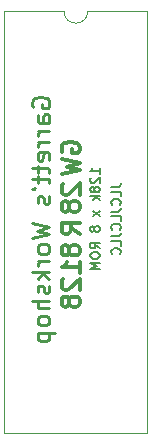
<source format=gbo>
G04 #@! TF.GenerationSoftware,KiCad,Pcbnew,(5.1.5-0-10_14)*
G04 #@! TF.CreationDate,2021-04-02T23:53:53-04:00*
G04 #@! TF.ProjectId,GW28R8128,47573238-5238-4313-9238-2e6b69636164,rev?*
G04 #@! TF.SameCoordinates,Original*
G04 #@! TF.FileFunction,Legend,Bot*
G04 #@! TF.FilePolarity,Positive*
%FSLAX46Y46*%
G04 Gerber Fmt 4.6, Leading zero omitted, Abs format (unit mm)*
G04 Created by KiCad (PCBNEW (5.1.5-0-10_14)) date 2021-04-02 23:53:53*
%MOMM*%
%LPD*%
G04 APERTURE LIST*
%ADD10C,0.203200*%
%ADD11C,0.300000*%
%ADD12C,0.225000*%
%ADD13C,0.120000*%
%ADD14C,0.100000*%
G04 APERTURE END LIST*
D10*
X51243895Y-33866666D02*
X51824466Y-33866666D01*
X51940580Y-33827961D01*
X52017990Y-33750552D01*
X52056695Y-33634438D01*
X52056695Y-33557028D01*
X52056695Y-34640761D02*
X52056695Y-34253714D01*
X51243895Y-34253714D01*
X51979285Y-35376152D02*
X52017990Y-35337447D01*
X52056695Y-35221333D01*
X52056695Y-35143923D01*
X52017990Y-35027809D01*
X51940580Y-34950400D01*
X51863171Y-34911695D01*
X51708352Y-34872990D01*
X51592238Y-34872990D01*
X51437419Y-34911695D01*
X51360009Y-34950400D01*
X51282600Y-35027809D01*
X51243895Y-35143923D01*
X51243895Y-35221333D01*
X51282600Y-35337447D01*
X51321304Y-35376152D01*
X51243895Y-35956723D02*
X51824466Y-35956723D01*
X51940580Y-35918019D01*
X52017990Y-35840609D01*
X52056695Y-35724495D01*
X52056695Y-35647085D01*
X52056695Y-36730819D02*
X52056695Y-36343771D01*
X51243895Y-36343771D01*
X51979285Y-37466209D02*
X52017990Y-37427504D01*
X52056695Y-37311390D01*
X52056695Y-37233980D01*
X52017990Y-37117866D01*
X51940580Y-37040457D01*
X51863171Y-37001752D01*
X51708352Y-36963047D01*
X51592238Y-36963047D01*
X51437419Y-37001752D01*
X51360009Y-37040457D01*
X51282600Y-37117866D01*
X51243895Y-37233980D01*
X51243895Y-37311390D01*
X51282600Y-37427504D01*
X51321304Y-37466209D01*
X51243895Y-38046780D02*
X51824466Y-38046780D01*
X51940580Y-38008076D01*
X52017990Y-37930666D01*
X52056695Y-37814552D01*
X52056695Y-37737142D01*
X52056695Y-38820876D02*
X52056695Y-38433828D01*
X51243895Y-38433828D01*
X51979285Y-39556266D02*
X52017990Y-39517561D01*
X52056695Y-39401447D01*
X52056695Y-39324038D01*
X52017990Y-39207923D01*
X51940580Y-39130514D01*
X51863171Y-39091809D01*
X51708352Y-39053104D01*
X51592238Y-39053104D01*
X51437419Y-39091809D01*
X51360009Y-39130514D01*
X51282600Y-39207923D01*
X51243895Y-39324038D01*
X51243895Y-39401447D01*
X51282600Y-39517561D01*
X51321304Y-39556266D01*
X50278695Y-32763580D02*
X50278695Y-32299123D01*
X50278695Y-32531352D02*
X49465895Y-32531352D01*
X49582009Y-32453942D01*
X49659419Y-32376533D01*
X49698123Y-32299123D01*
X49543304Y-33073219D02*
X49504600Y-33111923D01*
X49465895Y-33189333D01*
X49465895Y-33382857D01*
X49504600Y-33460266D01*
X49543304Y-33498971D01*
X49620714Y-33537676D01*
X49698123Y-33537676D01*
X49814238Y-33498971D01*
X50278695Y-33034514D01*
X50278695Y-33537676D01*
X49814238Y-34002133D02*
X49775533Y-33924723D01*
X49736828Y-33886019D01*
X49659419Y-33847314D01*
X49620714Y-33847314D01*
X49543304Y-33886019D01*
X49504600Y-33924723D01*
X49465895Y-34002133D01*
X49465895Y-34156952D01*
X49504600Y-34234361D01*
X49543304Y-34273066D01*
X49620714Y-34311771D01*
X49659419Y-34311771D01*
X49736828Y-34273066D01*
X49775533Y-34234361D01*
X49814238Y-34156952D01*
X49814238Y-34002133D01*
X49852942Y-33924723D01*
X49891647Y-33886019D01*
X49969057Y-33847314D01*
X50123876Y-33847314D01*
X50201285Y-33886019D01*
X50239990Y-33924723D01*
X50278695Y-34002133D01*
X50278695Y-34156952D01*
X50239990Y-34234361D01*
X50201285Y-34273066D01*
X50123876Y-34311771D01*
X49969057Y-34311771D01*
X49891647Y-34273066D01*
X49852942Y-34234361D01*
X49814238Y-34156952D01*
X50278695Y-34660114D02*
X49465895Y-34660114D01*
X49969057Y-34737523D02*
X50278695Y-34969752D01*
X49736828Y-34969752D02*
X50046466Y-34660114D01*
X50278695Y-35859961D02*
X49736828Y-36285714D01*
X49736828Y-35859961D02*
X50278695Y-36285714D01*
X49814238Y-37330742D02*
X49775533Y-37253333D01*
X49736828Y-37214628D01*
X49659419Y-37175923D01*
X49620714Y-37175923D01*
X49543304Y-37214628D01*
X49504600Y-37253333D01*
X49465895Y-37330742D01*
X49465895Y-37485561D01*
X49504600Y-37562971D01*
X49543304Y-37601676D01*
X49620714Y-37640380D01*
X49659419Y-37640380D01*
X49736828Y-37601676D01*
X49775533Y-37562971D01*
X49814238Y-37485561D01*
X49814238Y-37330742D01*
X49852942Y-37253333D01*
X49891647Y-37214628D01*
X49969057Y-37175923D01*
X50123876Y-37175923D01*
X50201285Y-37214628D01*
X50239990Y-37253333D01*
X50278695Y-37330742D01*
X50278695Y-37485561D01*
X50239990Y-37562971D01*
X50201285Y-37601676D01*
X50123876Y-37640380D01*
X49969057Y-37640380D01*
X49891647Y-37601676D01*
X49852942Y-37562971D01*
X49814238Y-37485561D01*
X50278695Y-39072457D02*
X49891647Y-38801523D01*
X50278695Y-38608000D02*
X49465895Y-38608000D01*
X49465895Y-38917638D01*
X49504600Y-38995047D01*
X49543304Y-39033752D01*
X49620714Y-39072457D01*
X49736828Y-39072457D01*
X49814238Y-39033752D01*
X49852942Y-38995047D01*
X49891647Y-38917638D01*
X49891647Y-38608000D01*
X49465895Y-39575619D02*
X49465895Y-39730438D01*
X49504600Y-39807847D01*
X49582009Y-39885257D01*
X49736828Y-39923961D01*
X50007761Y-39923961D01*
X50162580Y-39885257D01*
X50239990Y-39807847D01*
X50278695Y-39730438D01*
X50278695Y-39575619D01*
X50239990Y-39498209D01*
X50162580Y-39420800D01*
X50007761Y-39382095D01*
X49736828Y-39382095D01*
X49582009Y-39420800D01*
X49504600Y-39498209D01*
X49465895Y-39575619D01*
X50278695Y-40272304D02*
X49465895Y-40272304D01*
X50046466Y-40543238D01*
X49465895Y-40814171D01*
X50278695Y-40814171D01*
D11*
X47697571Y-39079714D02*
X47625000Y-38934571D01*
X47552428Y-38862000D01*
X47407285Y-38789428D01*
X47334714Y-38789428D01*
X47189571Y-38862000D01*
X47117000Y-38934571D01*
X47044428Y-39079714D01*
X47044428Y-39370000D01*
X47117000Y-39515142D01*
X47189571Y-39587714D01*
X47334714Y-39660285D01*
X47407285Y-39660285D01*
X47552428Y-39587714D01*
X47625000Y-39515142D01*
X47697571Y-39370000D01*
X47697571Y-39079714D01*
X47770142Y-38934571D01*
X47842714Y-38862000D01*
X47987857Y-38789428D01*
X48278142Y-38789428D01*
X48423285Y-38862000D01*
X48495857Y-38934571D01*
X48568428Y-39079714D01*
X48568428Y-39370000D01*
X48495857Y-39515142D01*
X48423285Y-39587714D01*
X48278142Y-39660285D01*
X47987857Y-39660285D01*
X47842714Y-39587714D01*
X47770142Y-39515142D01*
X47697571Y-39370000D01*
X48568428Y-41111714D02*
X48568428Y-40240857D01*
X48568428Y-40676285D02*
X47044428Y-40676285D01*
X47262142Y-40531142D01*
X47407285Y-40386000D01*
X47479857Y-40240857D01*
X47189571Y-41692285D02*
X47117000Y-41764857D01*
X47044428Y-41910000D01*
X47044428Y-42272857D01*
X47117000Y-42418000D01*
X47189571Y-42490571D01*
X47334714Y-42563142D01*
X47479857Y-42563142D01*
X47697571Y-42490571D01*
X48568428Y-41619714D01*
X48568428Y-42563142D01*
X47697571Y-43434000D02*
X47625000Y-43288857D01*
X47552428Y-43216285D01*
X47407285Y-43143714D01*
X47334714Y-43143714D01*
X47189571Y-43216285D01*
X47117000Y-43288857D01*
X47044428Y-43434000D01*
X47044428Y-43724285D01*
X47117000Y-43869428D01*
X47189571Y-43942000D01*
X47334714Y-44014571D01*
X47407285Y-44014571D01*
X47552428Y-43942000D01*
X47625000Y-43869428D01*
X47697571Y-43724285D01*
X47697571Y-43434000D01*
X47770142Y-43288857D01*
X47842714Y-43216285D01*
X47987857Y-43143714D01*
X48278142Y-43143714D01*
X48423285Y-43216285D01*
X48495857Y-43288857D01*
X48568428Y-43434000D01*
X48568428Y-43724285D01*
X48495857Y-43869428D01*
X48423285Y-43942000D01*
X48278142Y-44014571D01*
X47987857Y-44014571D01*
X47842714Y-43942000D01*
X47770142Y-43869428D01*
X47697571Y-43724285D01*
X48568428Y-37809714D02*
X47842714Y-37301714D01*
X48568428Y-36938857D02*
X47044428Y-36938857D01*
X47044428Y-37519428D01*
X47117000Y-37664571D01*
X47189571Y-37737142D01*
X47334714Y-37809714D01*
X47552428Y-37809714D01*
X47697571Y-37737142D01*
X47770142Y-37664571D01*
X47842714Y-37519428D01*
X47842714Y-36938857D01*
X47189571Y-33636857D02*
X47117000Y-33709428D01*
X47044428Y-33854571D01*
X47044428Y-34217428D01*
X47117000Y-34362571D01*
X47189571Y-34435142D01*
X47334714Y-34507714D01*
X47479857Y-34507714D01*
X47697571Y-34435142D01*
X48568428Y-33564285D01*
X48568428Y-34507714D01*
X47697571Y-35378571D02*
X47625000Y-35233428D01*
X47552428Y-35160857D01*
X47407285Y-35088285D01*
X47334714Y-35088285D01*
X47189571Y-35160857D01*
X47117000Y-35233428D01*
X47044428Y-35378571D01*
X47044428Y-35668857D01*
X47117000Y-35814000D01*
X47189571Y-35886571D01*
X47334714Y-35959142D01*
X47407285Y-35959142D01*
X47552428Y-35886571D01*
X47625000Y-35814000D01*
X47697571Y-35668857D01*
X47697571Y-35378571D01*
X47770142Y-35233428D01*
X47842714Y-35160857D01*
X47987857Y-35088285D01*
X48278142Y-35088285D01*
X48423285Y-35160857D01*
X48495857Y-35233428D01*
X48568428Y-35378571D01*
X48568428Y-35668857D01*
X48495857Y-35814000D01*
X48423285Y-35886571D01*
X48278142Y-35959142D01*
X47987857Y-35959142D01*
X47842714Y-35886571D01*
X47770142Y-35814000D01*
X47697571Y-35668857D01*
X47117000Y-30897285D02*
X47044428Y-30752142D01*
X47044428Y-30534428D01*
X47117000Y-30316714D01*
X47262142Y-30171571D01*
X47407285Y-30099000D01*
X47697571Y-30026428D01*
X47915285Y-30026428D01*
X48205571Y-30099000D01*
X48350714Y-30171571D01*
X48495857Y-30316714D01*
X48568428Y-30534428D01*
X48568428Y-30679571D01*
X48495857Y-30897285D01*
X48423285Y-30969857D01*
X47915285Y-30969857D01*
X47915285Y-30679571D01*
X47044428Y-31477857D02*
X48568428Y-31840714D01*
X47479857Y-32131000D01*
X48568428Y-32421285D01*
X47044428Y-32784142D01*
D12*
X44589000Y-27076000D02*
X44517571Y-26933142D01*
X44517571Y-26718857D01*
X44589000Y-26504571D01*
X44731857Y-26361714D01*
X44874714Y-26290285D01*
X45160428Y-26218857D01*
X45374714Y-26218857D01*
X45660428Y-26290285D01*
X45803285Y-26361714D01*
X45946142Y-26504571D01*
X46017571Y-26718857D01*
X46017571Y-26861714D01*
X45946142Y-27076000D01*
X45874714Y-27147428D01*
X45374714Y-27147428D01*
X45374714Y-26861714D01*
X46017571Y-28433142D02*
X45231857Y-28433142D01*
X45089000Y-28361714D01*
X45017571Y-28218857D01*
X45017571Y-27933142D01*
X45089000Y-27790285D01*
X45946142Y-28433142D02*
X46017571Y-28290285D01*
X46017571Y-27933142D01*
X45946142Y-27790285D01*
X45803285Y-27718857D01*
X45660428Y-27718857D01*
X45517571Y-27790285D01*
X45446142Y-27933142D01*
X45446142Y-28290285D01*
X45374714Y-28433142D01*
X46017571Y-29147428D02*
X45017571Y-29147428D01*
X45303285Y-29147428D02*
X45160428Y-29218857D01*
X45089000Y-29290285D01*
X45017571Y-29433142D01*
X45017571Y-29576000D01*
X46017571Y-30076000D02*
X45017571Y-30076000D01*
X45303285Y-30076000D02*
X45160428Y-30147428D01*
X45089000Y-30218857D01*
X45017571Y-30361714D01*
X45017571Y-30504571D01*
X45946142Y-31576000D02*
X46017571Y-31433142D01*
X46017571Y-31147428D01*
X45946142Y-31004571D01*
X45803285Y-30933142D01*
X45231857Y-30933142D01*
X45089000Y-31004571D01*
X45017571Y-31147428D01*
X45017571Y-31433142D01*
X45089000Y-31576000D01*
X45231857Y-31647428D01*
X45374714Y-31647428D01*
X45517571Y-30933142D01*
X45017571Y-32076000D02*
X45017571Y-32647428D01*
X44517571Y-32290285D02*
X45803285Y-32290285D01*
X45946142Y-32361714D01*
X46017571Y-32504571D01*
X46017571Y-32647428D01*
X45017571Y-32933142D02*
X45017571Y-33504571D01*
X44517571Y-33147428D02*
X45803285Y-33147428D01*
X45946142Y-33218857D01*
X46017571Y-33361714D01*
X46017571Y-33504571D01*
X44517571Y-34076000D02*
X44589000Y-34076000D01*
X44731857Y-34004571D01*
X44803285Y-33933142D01*
X45946142Y-34647428D02*
X46017571Y-34790285D01*
X46017571Y-35076000D01*
X45946142Y-35218857D01*
X45803285Y-35290285D01*
X45731857Y-35290285D01*
X45589000Y-35218857D01*
X45517571Y-35076000D01*
X45517571Y-34861714D01*
X45446142Y-34718857D01*
X45303285Y-34647428D01*
X45231857Y-34647428D01*
X45089000Y-34718857D01*
X45017571Y-34861714D01*
X45017571Y-35076000D01*
X45089000Y-35218857D01*
X44517571Y-36933142D02*
X46017571Y-37290285D01*
X44946142Y-37576000D01*
X46017571Y-37861714D01*
X44517571Y-38218857D01*
X46017571Y-39004571D02*
X45946142Y-38861714D01*
X45874714Y-38790285D01*
X45731857Y-38718857D01*
X45303285Y-38718857D01*
X45160428Y-38790285D01*
X45089000Y-38861714D01*
X45017571Y-39004571D01*
X45017571Y-39218857D01*
X45089000Y-39361714D01*
X45160428Y-39433142D01*
X45303285Y-39504571D01*
X45731857Y-39504571D01*
X45874714Y-39433142D01*
X45946142Y-39361714D01*
X46017571Y-39218857D01*
X46017571Y-39004571D01*
X46017571Y-40147428D02*
X45017571Y-40147428D01*
X45303285Y-40147428D02*
X45160428Y-40218857D01*
X45089000Y-40290285D01*
X45017571Y-40433142D01*
X45017571Y-40576000D01*
X46017571Y-41076000D02*
X44517571Y-41076000D01*
X45446142Y-41218857D02*
X46017571Y-41647428D01*
X45017571Y-41647428D02*
X45589000Y-41076000D01*
X45946142Y-42218857D02*
X46017571Y-42361714D01*
X46017571Y-42647428D01*
X45946142Y-42790285D01*
X45803285Y-42861714D01*
X45731857Y-42861714D01*
X45589000Y-42790285D01*
X45517571Y-42647428D01*
X45517571Y-42433142D01*
X45446142Y-42290285D01*
X45303285Y-42218857D01*
X45231857Y-42218857D01*
X45089000Y-42290285D01*
X45017571Y-42433142D01*
X45017571Y-42647428D01*
X45089000Y-42790285D01*
X46017571Y-43504571D02*
X44517571Y-43504571D01*
X46017571Y-44147428D02*
X45231857Y-44147428D01*
X45089000Y-44076000D01*
X45017571Y-43933142D01*
X45017571Y-43718857D01*
X45089000Y-43576000D01*
X45160428Y-43504571D01*
X46017571Y-45076000D02*
X45946142Y-44933142D01*
X45874714Y-44861714D01*
X45731857Y-44790285D01*
X45303285Y-44790285D01*
X45160428Y-44861714D01*
X45089000Y-44933142D01*
X45017571Y-45076000D01*
X45017571Y-45290285D01*
X45089000Y-45433142D01*
X45160428Y-45504571D01*
X45303285Y-45576000D01*
X45731857Y-45576000D01*
X45874714Y-45504571D01*
X45946142Y-45433142D01*
X46017571Y-45290285D01*
X46017571Y-45076000D01*
X45017571Y-46218857D02*
X46517571Y-46218857D01*
X45089000Y-46218857D02*
X45017571Y-46361714D01*
X45017571Y-46647428D01*
X45089000Y-46790285D01*
X45160428Y-46861714D01*
X45303285Y-46933142D01*
X45731857Y-46933142D01*
X45874714Y-46861714D01*
X45946142Y-46790285D01*
X46017571Y-46647428D01*
X46017571Y-46361714D01*
X45946142Y-46218857D01*
D13*
X54320000Y-18990000D02*
X49260000Y-18990000D01*
X54320000Y-54670000D02*
X54320000Y-18990000D01*
X42200000Y-54670000D02*
X54320000Y-54670000D01*
X42200000Y-18990000D02*
X42200000Y-54670000D01*
X47260000Y-18990000D02*
X42200000Y-18990000D01*
X49260000Y-18990000D02*
G75*
G02X47260000Y-18990000I-1000000J0D01*
G01*
%LPC*%
D14*
G36*
X56140650Y-19154898D02*
G01*
X56207133Y-19164760D01*
X56272330Y-19181091D01*
X56335612Y-19203733D01*
X56396370Y-19232470D01*
X56454019Y-19267023D01*
X56508003Y-19307061D01*
X56557803Y-19352197D01*
X56602939Y-19401997D01*
X56642977Y-19455981D01*
X56677530Y-19513630D01*
X56706267Y-19574388D01*
X56728909Y-19637670D01*
X56745240Y-19702867D01*
X56755102Y-19769350D01*
X56758400Y-19836480D01*
X56758400Y-20803520D01*
X56755102Y-20870650D01*
X56745240Y-20937133D01*
X56728909Y-21002330D01*
X56706267Y-21065612D01*
X56677530Y-21126370D01*
X56642977Y-21184019D01*
X56602939Y-21238003D01*
X56557803Y-21287803D01*
X56508003Y-21332939D01*
X56454019Y-21372977D01*
X56396370Y-21407530D01*
X56335612Y-21436267D01*
X56272330Y-21458909D01*
X56207133Y-21475240D01*
X56140650Y-21485102D01*
X56073520Y-21488400D01*
X55486480Y-21488400D01*
X55419350Y-21485102D01*
X55352867Y-21475240D01*
X55287670Y-21458909D01*
X55224388Y-21436267D01*
X55163630Y-21407530D01*
X55105981Y-21372977D01*
X55051997Y-21332939D01*
X55002197Y-21287803D01*
X54957061Y-21238003D01*
X54917023Y-21184019D01*
X54882470Y-21126370D01*
X54853733Y-21065612D01*
X54831091Y-21002330D01*
X54814760Y-20937133D01*
X54804898Y-20870650D01*
X54801600Y-20803520D01*
X54801600Y-19836480D01*
X54804898Y-19769350D01*
X54814760Y-19702867D01*
X54831091Y-19637670D01*
X54853733Y-19574388D01*
X54882470Y-19513630D01*
X54917023Y-19455981D01*
X54957061Y-19401997D01*
X55002197Y-19352197D01*
X55051997Y-19307061D01*
X55105981Y-19267023D01*
X55163630Y-19232470D01*
X55224388Y-19203733D01*
X55287670Y-19181091D01*
X55352867Y-19164760D01*
X55419350Y-19154898D01*
X55486480Y-19151600D01*
X56073520Y-19151600D01*
X56140650Y-19154898D01*
G37*
G36*
X41100650Y-52174898D02*
G01*
X41167133Y-52184760D01*
X41232330Y-52201091D01*
X41295612Y-52223733D01*
X41356370Y-52252470D01*
X41414019Y-52287023D01*
X41468003Y-52327061D01*
X41517803Y-52372197D01*
X41562939Y-52421997D01*
X41602977Y-52475981D01*
X41637530Y-52533630D01*
X41666267Y-52594388D01*
X41688909Y-52657670D01*
X41705240Y-52722867D01*
X41715102Y-52789350D01*
X41718400Y-52856480D01*
X41718400Y-53823520D01*
X41715102Y-53890650D01*
X41705240Y-53957133D01*
X41688909Y-54022330D01*
X41666267Y-54085612D01*
X41637530Y-54146370D01*
X41602977Y-54204019D01*
X41562939Y-54258003D01*
X41517803Y-54307803D01*
X41468003Y-54352939D01*
X41414019Y-54392977D01*
X41356370Y-54427530D01*
X41295612Y-54456267D01*
X41232330Y-54478909D01*
X41167133Y-54495240D01*
X41100650Y-54505102D01*
X41033520Y-54508400D01*
X40446480Y-54508400D01*
X40379350Y-54505102D01*
X40312867Y-54495240D01*
X40247670Y-54478909D01*
X40184388Y-54456267D01*
X40123630Y-54427530D01*
X40065981Y-54392977D01*
X40011997Y-54352939D01*
X39962197Y-54307803D01*
X39917061Y-54258003D01*
X39877023Y-54204019D01*
X39842470Y-54146370D01*
X39813733Y-54085612D01*
X39791091Y-54022330D01*
X39774760Y-53957133D01*
X39764898Y-53890650D01*
X39761600Y-53823520D01*
X39761600Y-52856480D01*
X39764898Y-52789350D01*
X39774760Y-52722867D01*
X39791091Y-52657670D01*
X39813733Y-52594388D01*
X39842470Y-52533630D01*
X39877023Y-52475981D01*
X39917061Y-52421997D01*
X39962197Y-52372197D01*
X40011997Y-52327061D01*
X40065981Y-52287023D01*
X40123630Y-52252470D01*
X40184388Y-52223733D01*
X40247670Y-52201091D01*
X40312867Y-52184760D01*
X40379350Y-52174898D01*
X40446480Y-52171600D01*
X41033520Y-52171600D01*
X41100650Y-52174898D01*
G37*
G36*
X56203789Y-21694561D02*
G01*
X56263477Y-21703415D01*
X56322010Y-21718077D01*
X56378824Y-21738405D01*
X56433372Y-21764204D01*
X56485129Y-21795226D01*
X56533596Y-21831171D01*
X56578306Y-21871694D01*
X56618829Y-21916404D01*
X56654774Y-21964871D01*
X56685796Y-22016628D01*
X56711595Y-22071176D01*
X56731923Y-22127990D01*
X56746585Y-22186523D01*
X56755439Y-22246211D01*
X56758400Y-22306480D01*
X56758400Y-23413520D01*
X56755439Y-23473789D01*
X56746585Y-23533477D01*
X56731923Y-23592010D01*
X56711595Y-23648824D01*
X56685796Y-23703372D01*
X56654774Y-23755129D01*
X56618829Y-23803596D01*
X56578306Y-23848306D01*
X56533596Y-23888829D01*
X56485129Y-23924774D01*
X56433372Y-23955796D01*
X56378824Y-23981595D01*
X56322010Y-24001923D01*
X56263477Y-24016585D01*
X56203789Y-24025439D01*
X56143520Y-24028400D01*
X55616480Y-24028400D01*
X55556211Y-24025439D01*
X55496523Y-24016585D01*
X55437990Y-24001923D01*
X55381176Y-23981595D01*
X55326628Y-23955796D01*
X55274871Y-23924774D01*
X55226404Y-23888829D01*
X55181694Y-23848306D01*
X55141171Y-23803596D01*
X55105226Y-23755129D01*
X55074204Y-23703372D01*
X55048405Y-23648824D01*
X55028077Y-23592010D01*
X55013415Y-23533477D01*
X55004561Y-23473789D01*
X55001600Y-23413520D01*
X55001600Y-22306480D01*
X55004561Y-22246211D01*
X55013415Y-22186523D01*
X55028077Y-22127990D01*
X55048405Y-22071176D01*
X55074204Y-22016628D01*
X55105226Y-21964871D01*
X55141171Y-21916404D01*
X55181694Y-21871694D01*
X55226404Y-21831171D01*
X55274871Y-21795226D01*
X55326628Y-21764204D01*
X55381176Y-21738405D01*
X55437990Y-21718077D01*
X55496523Y-21703415D01*
X55556211Y-21694561D01*
X55616480Y-21691600D01*
X56143520Y-21691600D01*
X56203789Y-21694561D01*
G37*
G36*
X40963789Y-49634561D02*
G01*
X41023477Y-49643415D01*
X41082010Y-49658077D01*
X41138824Y-49678405D01*
X41193372Y-49704204D01*
X41245129Y-49735226D01*
X41293596Y-49771171D01*
X41338306Y-49811694D01*
X41378829Y-49856404D01*
X41414774Y-49904871D01*
X41445796Y-49956628D01*
X41471595Y-50011176D01*
X41491923Y-50067990D01*
X41506585Y-50126523D01*
X41515439Y-50186211D01*
X41518400Y-50246480D01*
X41518400Y-51353520D01*
X41515439Y-51413789D01*
X41506585Y-51473477D01*
X41491923Y-51532010D01*
X41471595Y-51588824D01*
X41445796Y-51643372D01*
X41414774Y-51695129D01*
X41378829Y-51743596D01*
X41338306Y-51788306D01*
X41293596Y-51828829D01*
X41245129Y-51864774D01*
X41193372Y-51895796D01*
X41138824Y-51921595D01*
X41082010Y-51941923D01*
X41023477Y-51956585D01*
X40963789Y-51965439D01*
X40903520Y-51968400D01*
X40376480Y-51968400D01*
X40316211Y-51965439D01*
X40256523Y-51956585D01*
X40197990Y-51941923D01*
X40141176Y-51921595D01*
X40086628Y-51895796D01*
X40034871Y-51864774D01*
X39986404Y-51828829D01*
X39941694Y-51788306D01*
X39901171Y-51743596D01*
X39865226Y-51695129D01*
X39834204Y-51643372D01*
X39808405Y-51588824D01*
X39788077Y-51532010D01*
X39773415Y-51473477D01*
X39764561Y-51413789D01*
X39761600Y-51353520D01*
X39761600Y-50246480D01*
X39764561Y-50186211D01*
X39773415Y-50126523D01*
X39788077Y-50067990D01*
X39808405Y-50011176D01*
X39834204Y-49956628D01*
X39865226Y-49904871D01*
X39901171Y-49856404D01*
X39941694Y-49811694D01*
X39986404Y-49771171D01*
X40034871Y-49735226D01*
X40086628Y-49704204D01*
X40141176Y-49678405D01*
X40197990Y-49658077D01*
X40256523Y-49643415D01*
X40316211Y-49634561D01*
X40376480Y-49631600D01*
X40903520Y-49631600D01*
X40963789Y-49634561D01*
G37*
G36*
X56203789Y-24234561D02*
G01*
X56263477Y-24243415D01*
X56322010Y-24258077D01*
X56378824Y-24278405D01*
X56433372Y-24304204D01*
X56485129Y-24335226D01*
X56533596Y-24371171D01*
X56578306Y-24411694D01*
X56618829Y-24456404D01*
X56654774Y-24504871D01*
X56685796Y-24556628D01*
X56711595Y-24611176D01*
X56731923Y-24667990D01*
X56746585Y-24726523D01*
X56755439Y-24786211D01*
X56758400Y-24846480D01*
X56758400Y-25953520D01*
X56755439Y-26013789D01*
X56746585Y-26073477D01*
X56731923Y-26132010D01*
X56711595Y-26188824D01*
X56685796Y-26243372D01*
X56654774Y-26295129D01*
X56618829Y-26343596D01*
X56578306Y-26388306D01*
X56533596Y-26428829D01*
X56485129Y-26464774D01*
X56433372Y-26495796D01*
X56378824Y-26521595D01*
X56322010Y-26541923D01*
X56263477Y-26556585D01*
X56203789Y-26565439D01*
X56143520Y-26568400D01*
X55616480Y-26568400D01*
X55556211Y-26565439D01*
X55496523Y-26556585D01*
X55437990Y-26541923D01*
X55381176Y-26521595D01*
X55326628Y-26495796D01*
X55274871Y-26464774D01*
X55226404Y-26428829D01*
X55181694Y-26388306D01*
X55141171Y-26343596D01*
X55105226Y-26295129D01*
X55074204Y-26243372D01*
X55048405Y-26188824D01*
X55028077Y-26132010D01*
X55013415Y-26073477D01*
X55004561Y-26013789D01*
X55001600Y-25953520D01*
X55001600Y-24846480D01*
X55004561Y-24786211D01*
X55013415Y-24726523D01*
X55028077Y-24667990D01*
X55048405Y-24611176D01*
X55074204Y-24556628D01*
X55105226Y-24504871D01*
X55141171Y-24456404D01*
X55181694Y-24411694D01*
X55226404Y-24371171D01*
X55274871Y-24335226D01*
X55326628Y-24304204D01*
X55381176Y-24278405D01*
X55437990Y-24258077D01*
X55496523Y-24243415D01*
X55556211Y-24234561D01*
X55616480Y-24231600D01*
X56143520Y-24231600D01*
X56203789Y-24234561D01*
G37*
G36*
X40963789Y-47094561D02*
G01*
X41023477Y-47103415D01*
X41082010Y-47118077D01*
X41138824Y-47138405D01*
X41193372Y-47164204D01*
X41245129Y-47195226D01*
X41293596Y-47231171D01*
X41338306Y-47271694D01*
X41378829Y-47316404D01*
X41414774Y-47364871D01*
X41445796Y-47416628D01*
X41471595Y-47471176D01*
X41491923Y-47527990D01*
X41506585Y-47586523D01*
X41515439Y-47646211D01*
X41518400Y-47706480D01*
X41518400Y-48813520D01*
X41515439Y-48873789D01*
X41506585Y-48933477D01*
X41491923Y-48992010D01*
X41471595Y-49048824D01*
X41445796Y-49103372D01*
X41414774Y-49155129D01*
X41378829Y-49203596D01*
X41338306Y-49248306D01*
X41293596Y-49288829D01*
X41245129Y-49324774D01*
X41193372Y-49355796D01*
X41138824Y-49381595D01*
X41082010Y-49401923D01*
X41023477Y-49416585D01*
X40963789Y-49425439D01*
X40903520Y-49428400D01*
X40376480Y-49428400D01*
X40316211Y-49425439D01*
X40256523Y-49416585D01*
X40197990Y-49401923D01*
X40141176Y-49381595D01*
X40086628Y-49355796D01*
X40034871Y-49324774D01*
X39986404Y-49288829D01*
X39941694Y-49248306D01*
X39901171Y-49203596D01*
X39865226Y-49155129D01*
X39834204Y-49103372D01*
X39808405Y-49048824D01*
X39788077Y-48992010D01*
X39773415Y-48933477D01*
X39764561Y-48873789D01*
X39761600Y-48813520D01*
X39761600Y-47706480D01*
X39764561Y-47646211D01*
X39773415Y-47586523D01*
X39788077Y-47527990D01*
X39808405Y-47471176D01*
X39834204Y-47416628D01*
X39865226Y-47364871D01*
X39901171Y-47316404D01*
X39941694Y-47271694D01*
X39986404Y-47231171D01*
X40034871Y-47195226D01*
X40086628Y-47164204D01*
X40141176Y-47138405D01*
X40197990Y-47118077D01*
X40256523Y-47103415D01*
X40316211Y-47094561D01*
X40376480Y-47091600D01*
X40903520Y-47091600D01*
X40963789Y-47094561D01*
G37*
G36*
X56203789Y-26774561D02*
G01*
X56263477Y-26783415D01*
X56322010Y-26798077D01*
X56378824Y-26818405D01*
X56433372Y-26844204D01*
X56485129Y-26875226D01*
X56533596Y-26911171D01*
X56578306Y-26951694D01*
X56618829Y-26996404D01*
X56654774Y-27044871D01*
X56685796Y-27096628D01*
X56711595Y-27151176D01*
X56731923Y-27207990D01*
X56746585Y-27266523D01*
X56755439Y-27326211D01*
X56758400Y-27386480D01*
X56758400Y-28493520D01*
X56755439Y-28553789D01*
X56746585Y-28613477D01*
X56731923Y-28672010D01*
X56711595Y-28728824D01*
X56685796Y-28783372D01*
X56654774Y-28835129D01*
X56618829Y-28883596D01*
X56578306Y-28928306D01*
X56533596Y-28968829D01*
X56485129Y-29004774D01*
X56433372Y-29035796D01*
X56378824Y-29061595D01*
X56322010Y-29081923D01*
X56263477Y-29096585D01*
X56203789Y-29105439D01*
X56143520Y-29108400D01*
X55616480Y-29108400D01*
X55556211Y-29105439D01*
X55496523Y-29096585D01*
X55437990Y-29081923D01*
X55381176Y-29061595D01*
X55326628Y-29035796D01*
X55274871Y-29004774D01*
X55226404Y-28968829D01*
X55181694Y-28928306D01*
X55141171Y-28883596D01*
X55105226Y-28835129D01*
X55074204Y-28783372D01*
X55048405Y-28728824D01*
X55028077Y-28672010D01*
X55013415Y-28613477D01*
X55004561Y-28553789D01*
X55001600Y-28493520D01*
X55001600Y-27386480D01*
X55004561Y-27326211D01*
X55013415Y-27266523D01*
X55028077Y-27207990D01*
X55048405Y-27151176D01*
X55074204Y-27096628D01*
X55105226Y-27044871D01*
X55141171Y-26996404D01*
X55181694Y-26951694D01*
X55226404Y-26911171D01*
X55274871Y-26875226D01*
X55326628Y-26844204D01*
X55381176Y-26818405D01*
X55437990Y-26798077D01*
X55496523Y-26783415D01*
X55556211Y-26774561D01*
X55616480Y-26771600D01*
X56143520Y-26771600D01*
X56203789Y-26774561D01*
G37*
G36*
X40963789Y-44554561D02*
G01*
X41023477Y-44563415D01*
X41082010Y-44578077D01*
X41138824Y-44598405D01*
X41193372Y-44624204D01*
X41245129Y-44655226D01*
X41293596Y-44691171D01*
X41338306Y-44731694D01*
X41378829Y-44776404D01*
X41414774Y-44824871D01*
X41445796Y-44876628D01*
X41471595Y-44931176D01*
X41491923Y-44987990D01*
X41506585Y-45046523D01*
X41515439Y-45106211D01*
X41518400Y-45166480D01*
X41518400Y-46273520D01*
X41515439Y-46333789D01*
X41506585Y-46393477D01*
X41491923Y-46452010D01*
X41471595Y-46508824D01*
X41445796Y-46563372D01*
X41414774Y-46615129D01*
X41378829Y-46663596D01*
X41338306Y-46708306D01*
X41293596Y-46748829D01*
X41245129Y-46784774D01*
X41193372Y-46815796D01*
X41138824Y-46841595D01*
X41082010Y-46861923D01*
X41023477Y-46876585D01*
X40963789Y-46885439D01*
X40903520Y-46888400D01*
X40376480Y-46888400D01*
X40316211Y-46885439D01*
X40256523Y-46876585D01*
X40197990Y-46861923D01*
X40141176Y-46841595D01*
X40086628Y-46815796D01*
X40034871Y-46784774D01*
X39986404Y-46748829D01*
X39941694Y-46708306D01*
X39901171Y-46663596D01*
X39865226Y-46615129D01*
X39834204Y-46563372D01*
X39808405Y-46508824D01*
X39788077Y-46452010D01*
X39773415Y-46393477D01*
X39764561Y-46333789D01*
X39761600Y-46273520D01*
X39761600Y-45166480D01*
X39764561Y-45106211D01*
X39773415Y-45046523D01*
X39788077Y-44987990D01*
X39808405Y-44931176D01*
X39834204Y-44876628D01*
X39865226Y-44824871D01*
X39901171Y-44776404D01*
X39941694Y-44731694D01*
X39986404Y-44691171D01*
X40034871Y-44655226D01*
X40086628Y-44624204D01*
X40141176Y-44598405D01*
X40197990Y-44578077D01*
X40256523Y-44563415D01*
X40316211Y-44554561D01*
X40376480Y-44551600D01*
X40903520Y-44551600D01*
X40963789Y-44554561D01*
G37*
G36*
X56203789Y-29314561D02*
G01*
X56263477Y-29323415D01*
X56322010Y-29338077D01*
X56378824Y-29358405D01*
X56433372Y-29384204D01*
X56485129Y-29415226D01*
X56533596Y-29451171D01*
X56578306Y-29491694D01*
X56618829Y-29536404D01*
X56654774Y-29584871D01*
X56685796Y-29636628D01*
X56711595Y-29691176D01*
X56731923Y-29747990D01*
X56746585Y-29806523D01*
X56755439Y-29866211D01*
X56758400Y-29926480D01*
X56758400Y-31033520D01*
X56755439Y-31093789D01*
X56746585Y-31153477D01*
X56731923Y-31212010D01*
X56711595Y-31268824D01*
X56685796Y-31323372D01*
X56654774Y-31375129D01*
X56618829Y-31423596D01*
X56578306Y-31468306D01*
X56533596Y-31508829D01*
X56485129Y-31544774D01*
X56433372Y-31575796D01*
X56378824Y-31601595D01*
X56322010Y-31621923D01*
X56263477Y-31636585D01*
X56203789Y-31645439D01*
X56143520Y-31648400D01*
X55616480Y-31648400D01*
X55556211Y-31645439D01*
X55496523Y-31636585D01*
X55437990Y-31621923D01*
X55381176Y-31601595D01*
X55326628Y-31575796D01*
X55274871Y-31544774D01*
X55226404Y-31508829D01*
X55181694Y-31468306D01*
X55141171Y-31423596D01*
X55105226Y-31375129D01*
X55074204Y-31323372D01*
X55048405Y-31268824D01*
X55028077Y-31212010D01*
X55013415Y-31153477D01*
X55004561Y-31093789D01*
X55001600Y-31033520D01*
X55001600Y-29926480D01*
X55004561Y-29866211D01*
X55013415Y-29806523D01*
X55028077Y-29747990D01*
X55048405Y-29691176D01*
X55074204Y-29636628D01*
X55105226Y-29584871D01*
X55141171Y-29536404D01*
X55181694Y-29491694D01*
X55226404Y-29451171D01*
X55274871Y-29415226D01*
X55326628Y-29384204D01*
X55381176Y-29358405D01*
X55437990Y-29338077D01*
X55496523Y-29323415D01*
X55556211Y-29314561D01*
X55616480Y-29311600D01*
X56143520Y-29311600D01*
X56203789Y-29314561D01*
G37*
G36*
X40963789Y-42014561D02*
G01*
X41023477Y-42023415D01*
X41082010Y-42038077D01*
X41138824Y-42058405D01*
X41193372Y-42084204D01*
X41245129Y-42115226D01*
X41293596Y-42151171D01*
X41338306Y-42191694D01*
X41378829Y-42236404D01*
X41414774Y-42284871D01*
X41445796Y-42336628D01*
X41471595Y-42391176D01*
X41491923Y-42447990D01*
X41506585Y-42506523D01*
X41515439Y-42566211D01*
X41518400Y-42626480D01*
X41518400Y-43733520D01*
X41515439Y-43793789D01*
X41506585Y-43853477D01*
X41491923Y-43912010D01*
X41471595Y-43968824D01*
X41445796Y-44023372D01*
X41414774Y-44075129D01*
X41378829Y-44123596D01*
X41338306Y-44168306D01*
X41293596Y-44208829D01*
X41245129Y-44244774D01*
X41193372Y-44275796D01*
X41138824Y-44301595D01*
X41082010Y-44321923D01*
X41023477Y-44336585D01*
X40963789Y-44345439D01*
X40903520Y-44348400D01*
X40376480Y-44348400D01*
X40316211Y-44345439D01*
X40256523Y-44336585D01*
X40197990Y-44321923D01*
X40141176Y-44301595D01*
X40086628Y-44275796D01*
X40034871Y-44244774D01*
X39986404Y-44208829D01*
X39941694Y-44168306D01*
X39901171Y-44123596D01*
X39865226Y-44075129D01*
X39834204Y-44023372D01*
X39808405Y-43968824D01*
X39788077Y-43912010D01*
X39773415Y-43853477D01*
X39764561Y-43793789D01*
X39761600Y-43733520D01*
X39761600Y-42626480D01*
X39764561Y-42566211D01*
X39773415Y-42506523D01*
X39788077Y-42447990D01*
X39808405Y-42391176D01*
X39834204Y-42336628D01*
X39865226Y-42284871D01*
X39901171Y-42236404D01*
X39941694Y-42191694D01*
X39986404Y-42151171D01*
X40034871Y-42115226D01*
X40086628Y-42084204D01*
X40141176Y-42058405D01*
X40197990Y-42038077D01*
X40256523Y-42023415D01*
X40316211Y-42014561D01*
X40376480Y-42011600D01*
X40903520Y-42011600D01*
X40963789Y-42014561D01*
G37*
G36*
X56203789Y-31854561D02*
G01*
X56263477Y-31863415D01*
X56322010Y-31878077D01*
X56378824Y-31898405D01*
X56433372Y-31924204D01*
X56485129Y-31955226D01*
X56533596Y-31991171D01*
X56578306Y-32031694D01*
X56618829Y-32076404D01*
X56654774Y-32124871D01*
X56685796Y-32176628D01*
X56711595Y-32231176D01*
X56731923Y-32287990D01*
X56746585Y-32346523D01*
X56755439Y-32406211D01*
X56758400Y-32466480D01*
X56758400Y-33573520D01*
X56755439Y-33633789D01*
X56746585Y-33693477D01*
X56731923Y-33752010D01*
X56711595Y-33808824D01*
X56685796Y-33863372D01*
X56654774Y-33915129D01*
X56618829Y-33963596D01*
X56578306Y-34008306D01*
X56533596Y-34048829D01*
X56485129Y-34084774D01*
X56433372Y-34115796D01*
X56378824Y-34141595D01*
X56322010Y-34161923D01*
X56263477Y-34176585D01*
X56203789Y-34185439D01*
X56143520Y-34188400D01*
X55616480Y-34188400D01*
X55556211Y-34185439D01*
X55496523Y-34176585D01*
X55437990Y-34161923D01*
X55381176Y-34141595D01*
X55326628Y-34115796D01*
X55274871Y-34084774D01*
X55226404Y-34048829D01*
X55181694Y-34008306D01*
X55141171Y-33963596D01*
X55105226Y-33915129D01*
X55074204Y-33863372D01*
X55048405Y-33808824D01*
X55028077Y-33752010D01*
X55013415Y-33693477D01*
X55004561Y-33633789D01*
X55001600Y-33573520D01*
X55001600Y-32466480D01*
X55004561Y-32406211D01*
X55013415Y-32346523D01*
X55028077Y-32287990D01*
X55048405Y-32231176D01*
X55074204Y-32176628D01*
X55105226Y-32124871D01*
X55141171Y-32076404D01*
X55181694Y-32031694D01*
X55226404Y-31991171D01*
X55274871Y-31955226D01*
X55326628Y-31924204D01*
X55381176Y-31898405D01*
X55437990Y-31878077D01*
X55496523Y-31863415D01*
X55556211Y-31854561D01*
X55616480Y-31851600D01*
X56143520Y-31851600D01*
X56203789Y-31854561D01*
G37*
G36*
X40963789Y-39474561D02*
G01*
X41023477Y-39483415D01*
X41082010Y-39498077D01*
X41138824Y-39518405D01*
X41193372Y-39544204D01*
X41245129Y-39575226D01*
X41293596Y-39611171D01*
X41338306Y-39651694D01*
X41378829Y-39696404D01*
X41414774Y-39744871D01*
X41445796Y-39796628D01*
X41471595Y-39851176D01*
X41491923Y-39907990D01*
X41506585Y-39966523D01*
X41515439Y-40026211D01*
X41518400Y-40086480D01*
X41518400Y-41193520D01*
X41515439Y-41253789D01*
X41506585Y-41313477D01*
X41491923Y-41372010D01*
X41471595Y-41428824D01*
X41445796Y-41483372D01*
X41414774Y-41535129D01*
X41378829Y-41583596D01*
X41338306Y-41628306D01*
X41293596Y-41668829D01*
X41245129Y-41704774D01*
X41193372Y-41735796D01*
X41138824Y-41761595D01*
X41082010Y-41781923D01*
X41023477Y-41796585D01*
X40963789Y-41805439D01*
X40903520Y-41808400D01*
X40376480Y-41808400D01*
X40316211Y-41805439D01*
X40256523Y-41796585D01*
X40197990Y-41781923D01*
X40141176Y-41761595D01*
X40086628Y-41735796D01*
X40034871Y-41704774D01*
X39986404Y-41668829D01*
X39941694Y-41628306D01*
X39901171Y-41583596D01*
X39865226Y-41535129D01*
X39834204Y-41483372D01*
X39808405Y-41428824D01*
X39788077Y-41372010D01*
X39773415Y-41313477D01*
X39764561Y-41253789D01*
X39761600Y-41193520D01*
X39761600Y-40086480D01*
X39764561Y-40026211D01*
X39773415Y-39966523D01*
X39788077Y-39907990D01*
X39808405Y-39851176D01*
X39834204Y-39796628D01*
X39865226Y-39744871D01*
X39901171Y-39696404D01*
X39941694Y-39651694D01*
X39986404Y-39611171D01*
X40034871Y-39575226D01*
X40086628Y-39544204D01*
X40141176Y-39518405D01*
X40197990Y-39498077D01*
X40256523Y-39483415D01*
X40316211Y-39474561D01*
X40376480Y-39471600D01*
X40903520Y-39471600D01*
X40963789Y-39474561D01*
G37*
G36*
X56203789Y-34394561D02*
G01*
X56263477Y-34403415D01*
X56322010Y-34418077D01*
X56378824Y-34438405D01*
X56433372Y-34464204D01*
X56485129Y-34495226D01*
X56533596Y-34531171D01*
X56578306Y-34571694D01*
X56618829Y-34616404D01*
X56654774Y-34664871D01*
X56685796Y-34716628D01*
X56711595Y-34771176D01*
X56731923Y-34827990D01*
X56746585Y-34886523D01*
X56755439Y-34946211D01*
X56758400Y-35006480D01*
X56758400Y-36113520D01*
X56755439Y-36173789D01*
X56746585Y-36233477D01*
X56731923Y-36292010D01*
X56711595Y-36348824D01*
X56685796Y-36403372D01*
X56654774Y-36455129D01*
X56618829Y-36503596D01*
X56578306Y-36548306D01*
X56533596Y-36588829D01*
X56485129Y-36624774D01*
X56433372Y-36655796D01*
X56378824Y-36681595D01*
X56322010Y-36701923D01*
X56263477Y-36716585D01*
X56203789Y-36725439D01*
X56143520Y-36728400D01*
X55616480Y-36728400D01*
X55556211Y-36725439D01*
X55496523Y-36716585D01*
X55437990Y-36701923D01*
X55381176Y-36681595D01*
X55326628Y-36655796D01*
X55274871Y-36624774D01*
X55226404Y-36588829D01*
X55181694Y-36548306D01*
X55141171Y-36503596D01*
X55105226Y-36455129D01*
X55074204Y-36403372D01*
X55048405Y-36348824D01*
X55028077Y-36292010D01*
X55013415Y-36233477D01*
X55004561Y-36173789D01*
X55001600Y-36113520D01*
X55001600Y-35006480D01*
X55004561Y-34946211D01*
X55013415Y-34886523D01*
X55028077Y-34827990D01*
X55048405Y-34771176D01*
X55074204Y-34716628D01*
X55105226Y-34664871D01*
X55141171Y-34616404D01*
X55181694Y-34571694D01*
X55226404Y-34531171D01*
X55274871Y-34495226D01*
X55326628Y-34464204D01*
X55381176Y-34438405D01*
X55437990Y-34418077D01*
X55496523Y-34403415D01*
X55556211Y-34394561D01*
X55616480Y-34391600D01*
X56143520Y-34391600D01*
X56203789Y-34394561D01*
G37*
G36*
X40963789Y-36934561D02*
G01*
X41023477Y-36943415D01*
X41082010Y-36958077D01*
X41138824Y-36978405D01*
X41193372Y-37004204D01*
X41245129Y-37035226D01*
X41293596Y-37071171D01*
X41338306Y-37111694D01*
X41378829Y-37156404D01*
X41414774Y-37204871D01*
X41445796Y-37256628D01*
X41471595Y-37311176D01*
X41491923Y-37367990D01*
X41506585Y-37426523D01*
X41515439Y-37486211D01*
X41518400Y-37546480D01*
X41518400Y-38653520D01*
X41515439Y-38713789D01*
X41506585Y-38773477D01*
X41491923Y-38832010D01*
X41471595Y-38888824D01*
X41445796Y-38943372D01*
X41414774Y-38995129D01*
X41378829Y-39043596D01*
X41338306Y-39088306D01*
X41293596Y-39128829D01*
X41245129Y-39164774D01*
X41193372Y-39195796D01*
X41138824Y-39221595D01*
X41082010Y-39241923D01*
X41023477Y-39256585D01*
X40963789Y-39265439D01*
X40903520Y-39268400D01*
X40376480Y-39268400D01*
X40316211Y-39265439D01*
X40256523Y-39256585D01*
X40197990Y-39241923D01*
X40141176Y-39221595D01*
X40086628Y-39195796D01*
X40034871Y-39164774D01*
X39986404Y-39128829D01*
X39941694Y-39088306D01*
X39901171Y-39043596D01*
X39865226Y-38995129D01*
X39834204Y-38943372D01*
X39808405Y-38888824D01*
X39788077Y-38832010D01*
X39773415Y-38773477D01*
X39764561Y-38713789D01*
X39761600Y-38653520D01*
X39761600Y-37546480D01*
X39764561Y-37486211D01*
X39773415Y-37426523D01*
X39788077Y-37367990D01*
X39808405Y-37311176D01*
X39834204Y-37256628D01*
X39865226Y-37204871D01*
X39901171Y-37156404D01*
X39941694Y-37111694D01*
X39986404Y-37071171D01*
X40034871Y-37035226D01*
X40086628Y-37004204D01*
X40141176Y-36978405D01*
X40197990Y-36958077D01*
X40256523Y-36943415D01*
X40316211Y-36934561D01*
X40376480Y-36931600D01*
X40903520Y-36931600D01*
X40963789Y-36934561D01*
G37*
G36*
X56203789Y-36934561D02*
G01*
X56263477Y-36943415D01*
X56322010Y-36958077D01*
X56378824Y-36978405D01*
X56433372Y-37004204D01*
X56485129Y-37035226D01*
X56533596Y-37071171D01*
X56578306Y-37111694D01*
X56618829Y-37156404D01*
X56654774Y-37204871D01*
X56685796Y-37256628D01*
X56711595Y-37311176D01*
X56731923Y-37367990D01*
X56746585Y-37426523D01*
X56755439Y-37486211D01*
X56758400Y-37546480D01*
X56758400Y-38653520D01*
X56755439Y-38713789D01*
X56746585Y-38773477D01*
X56731923Y-38832010D01*
X56711595Y-38888824D01*
X56685796Y-38943372D01*
X56654774Y-38995129D01*
X56618829Y-39043596D01*
X56578306Y-39088306D01*
X56533596Y-39128829D01*
X56485129Y-39164774D01*
X56433372Y-39195796D01*
X56378824Y-39221595D01*
X56322010Y-39241923D01*
X56263477Y-39256585D01*
X56203789Y-39265439D01*
X56143520Y-39268400D01*
X55616480Y-39268400D01*
X55556211Y-39265439D01*
X55496523Y-39256585D01*
X55437990Y-39241923D01*
X55381176Y-39221595D01*
X55326628Y-39195796D01*
X55274871Y-39164774D01*
X55226404Y-39128829D01*
X55181694Y-39088306D01*
X55141171Y-39043596D01*
X55105226Y-38995129D01*
X55074204Y-38943372D01*
X55048405Y-38888824D01*
X55028077Y-38832010D01*
X55013415Y-38773477D01*
X55004561Y-38713789D01*
X55001600Y-38653520D01*
X55001600Y-37546480D01*
X55004561Y-37486211D01*
X55013415Y-37426523D01*
X55028077Y-37367990D01*
X55048405Y-37311176D01*
X55074204Y-37256628D01*
X55105226Y-37204871D01*
X55141171Y-37156404D01*
X55181694Y-37111694D01*
X55226404Y-37071171D01*
X55274871Y-37035226D01*
X55326628Y-37004204D01*
X55381176Y-36978405D01*
X55437990Y-36958077D01*
X55496523Y-36943415D01*
X55556211Y-36934561D01*
X55616480Y-36931600D01*
X56143520Y-36931600D01*
X56203789Y-36934561D01*
G37*
G36*
X40963789Y-34394561D02*
G01*
X41023477Y-34403415D01*
X41082010Y-34418077D01*
X41138824Y-34438405D01*
X41193372Y-34464204D01*
X41245129Y-34495226D01*
X41293596Y-34531171D01*
X41338306Y-34571694D01*
X41378829Y-34616404D01*
X41414774Y-34664871D01*
X41445796Y-34716628D01*
X41471595Y-34771176D01*
X41491923Y-34827990D01*
X41506585Y-34886523D01*
X41515439Y-34946211D01*
X41518400Y-35006480D01*
X41518400Y-36113520D01*
X41515439Y-36173789D01*
X41506585Y-36233477D01*
X41491923Y-36292010D01*
X41471595Y-36348824D01*
X41445796Y-36403372D01*
X41414774Y-36455129D01*
X41378829Y-36503596D01*
X41338306Y-36548306D01*
X41293596Y-36588829D01*
X41245129Y-36624774D01*
X41193372Y-36655796D01*
X41138824Y-36681595D01*
X41082010Y-36701923D01*
X41023477Y-36716585D01*
X40963789Y-36725439D01*
X40903520Y-36728400D01*
X40376480Y-36728400D01*
X40316211Y-36725439D01*
X40256523Y-36716585D01*
X40197990Y-36701923D01*
X40141176Y-36681595D01*
X40086628Y-36655796D01*
X40034871Y-36624774D01*
X39986404Y-36588829D01*
X39941694Y-36548306D01*
X39901171Y-36503596D01*
X39865226Y-36455129D01*
X39834204Y-36403372D01*
X39808405Y-36348824D01*
X39788077Y-36292010D01*
X39773415Y-36233477D01*
X39764561Y-36173789D01*
X39761600Y-36113520D01*
X39761600Y-35006480D01*
X39764561Y-34946211D01*
X39773415Y-34886523D01*
X39788077Y-34827990D01*
X39808405Y-34771176D01*
X39834204Y-34716628D01*
X39865226Y-34664871D01*
X39901171Y-34616404D01*
X39941694Y-34571694D01*
X39986404Y-34531171D01*
X40034871Y-34495226D01*
X40086628Y-34464204D01*
X40141176Y-34438405D01*
X40197990Y-34418077D01*
X40256523Y-34403415D01*
X40316211Y-34394561D01*
X40376480Y-34391600D01*
X40903520Y-34391600D01*
X40963789Y-34394561D01*
G37*
G36*
X56203789Y-39474561D02*
G01*
X56263477Y-39483415D01*
X56322010Y-39498077D01*
X56378824Y-39518405D01*
X56433372Y-39544204D01*
X56485129Y-39575226D01*
X56533596Y-39611171D01*
X56578306Y-39651694D01*
X56618829Y-39696404D01*
X56654774Y-39744871D01*
X56685796Y-39796628D01*
X56711595Y-39851176D01*
X56731923Y-39907990D01*
X56746585Y-39966523D01*
X56755439Y-40026211D01*
X56758400Y-40086480D01*
X56758400Y-41193520D01*
X56755439Y-41253789D01*
X56746585Y-41313477D01*
X56731923Y-41372010D01*
X56711595Y-41428824D01*
X56685796Y-41483372D01*
X56654774Y-41535129D01*
X56618829Y-41583596D01*
X56578306Y-41628306D01*
X56533596Y-41668829D01*
X56485129Y-41704774D01*
X56433372Y-41735796D01*
X56378824Y-41761595D01*
X56322010Y-41781923D01*
X56263477Y-41796585D01*
X56203789Y-41805439D01*
X56143520Y-41808400D01*
X55616480Y-41808400D01*
X55556211Y-41805439D01*
X55496523Y-41796585D01*
X55437990Y-41781923D01*
X55381176Y-41761595D01*
X55326628Y-41735796D01*
X55274871Y-41704774D01*
X55226404Y-41668829D01*
X55181694Y-41628306D01*
X55141171Y-41583596D01*
X55105226Y-41535129D01*
X55074204Y-41483372D01*
X55048405Y-41428824D01*
X55028077Y-41372010D01*
X55013415Y-41313477D01*
X55004561Y-41253789D01*
X55001600Y-41193520D01*
X55001600Y-40086480D01*
X55004561Y-40026211D01*
X55013415Y-39966523D01*
X55028077Y-39907990D01*
X55048405Y-39851176D01*
X55074204Y-39796628D01*
X55105226Y-39744871D01*
X55141171Y-39696404D01*
X55181694Y-39651694D01*
X55226404Y-39611171D01*
X55274871Y-39575226D01*
X55326628Y-39544204D01*
X55381176Y-39518405D01*
X55437990Y-39498077D01*
X55496523Y-39483415D01*
X55556211Y-39474561D01*
X55616480Y-39471600D01*
X56143520Y-39471600D01*
X56203789Y-39474561D01*
G37*
G36*
X40963789Y-31854561D02*
G01*
X41023477Y-31863415D01*
X41082010Y-31878077D01*
X41138824Y-31898405D01*
X41193372Y-31924204D01*
X41245129Y-31955226D01*
X41293596Y-31991171D01*
X41338306Y-32031694D01*
X41378829Y-32076404D01*
X41414774Y-32124871D01*
X41445796Y-32176628D01*
X41471595Y-32231176D01*
X41491923Y-32287990D01*
X41506585Y-32346523D01*
X41515439Y-32406211D01*
X41518400Y-32466480D01*
X41518400Y-33573520D01*
X41515439Y-33633789D01*
X41506585Y-33693477D01*
X41491923Y-33752010D01*
X41471595Y-33808824D01*
X41445796Y-33863372D01*
X41414774Y-33915129D01*
X41378829Y-33963596D01*
X41338306Y-34008306D01*
X41293596Y-34048829D01*
X41245129Y-34084774D01*
X41193372Y-34115796D01*
X41138824Y-34141595D01*
X41082010Y-34161923D01*
X41023477Y-34176585D01*
X40963789Y-34185439D01*
X40903520Y-34188400D01*
X40376480Y-34188400D01*
X40316211Y-34185439D01*
X40256523Y-34176585D01*
X40197990Y-34161923D01*
X40141176Y-34141595D01*
X40086628Y-34115796D01*
X40034871Y-34084774D01*
X39986404Y-34048829D01*
X39941694Y-34008306D01*
X39901171Y-33963596D01*
X39865226Y-33915129D01*
X39834204Y-33863372D01*
X39808405Y-33808824D01*
X39788077Y-33752010D01*
X39773415Y-33693477D01*
X39764561Y-33633789D01*
X39761600Y-33573520D01*
X39761600Y-32466480D01*
X39764561Y-32406211D01*
X39773415Y-32346523D01*
X39788077Y-32287990D01*
X39808405Y-32231176D01*
X39834204Y-32176628D01*
X39865226Y-32124871D01*
X39901171Y-32076404D01*
X39941694Y-32031694D01*
X39986404Y-31991171D01*
X40034871Y-31955226D01*
X40086628Y-31924204D01*
X40141176Y-31898405D01*
X40197990Y-31878077D01*
X40256523Y-31863415D01*
X40316211Y-31854561D01*
X40376480Y-31851600D01*
X40903520Y-31851600D01*
X40963789Y-31854561D01*
G37*
G36*
X56203789Y-42014561D02*
G01*
X56263477Y-42023415D01*
X56322010Y-42038077D01*
X56378824Y-42058405D01*
X56433372Y-42084204D01*
X56485129Y-42115226D01*
X56533596Y-42151171D01*
X56578306Y-42191694D01*
X56618829Y-42236404D01*
X56654774Y-42284871D01*
X56685796Y-42336628D01*
X56711595Y-42391176D01*
X56731923Y-42447990D01*
X56746585Y-42506523D01*
X56755439Y-42566211D01*
X56758400Y-42626480D01*
X56758400Y-43733520D01*
X56755439Y-43793789D01*
X56746585Y-43853477D01*
X56731923Y-43912010D01*
X56711595Y-43968824D01*
X56685796Y-44023372D01*
X56654774Y-44075129D01*
X56618829Y-44123596D01*
X56578306Y-44168306D01*
X56533596Y-44208829D01*
X56485129Y-44244774D01*
X56433372Y-44275796D01*
X56378824Y-44301595D01*
X56322010Y-44321923D01*
X56263477Y-44336585D01*
X56203789Y-44345439D01*
X56143520Y-44348400D01*
X55616480Y-44348400D01*
X55556211Y-44345439D01*
X55496523Y-44336585D01*
X55437990Y-44321923D01*
X55381176Y-44301595D01*
X55326628Y-44275796D01*
X55274871Y-44244774D01*
X55226404Y-44208829D01*
X55181694Y-44168306D01*
X55141171Y-44123596D01*
X55105226Y-44075129D01*
X55074204Y-44023372D01*
X55048405Y-43968824D01*
X55028077Y-43912010D01*
X55013415Y-43853477D01*
X55004561Y-43793789D01*
X55001600Y-43733520D01*
X55001600Y-42626480D01*
X55004561Y-42566211D01*
X55013415Y-42506523D01*
X55028077Y-42447990D01*
X55048405Y-42391176D01*
X55074204Y-42336628D01*
X55105226Y-42284871D01*
X55141171Y-42236404D01*
X55181694Y-42191694D01*
X55226404Y-42151171D01*
X55274871Y-42115226D01*
X55326628Y-42084204D01*
X55381176Y-42058405D01*
X55437990Y-42038077D01*
X55496523Y-42023415D01*
X55556211Y-42014561D01*
X55616480Y-42011600D01*
X56143520Y-42011600D01*
X56203789Y-42014561D01*
G37*
G36*
X40963789Y-29314561D02*
G01*
X41023477Y-29323415D01*
X41082010Y-29338077D01*
X41138824Y-29358405D01*
X41193372Y-29384204D01*
X41245129Y-29415226D01*
X41293596Y-29451171D01*
X41338306Y-29491694D01*
X41378829Y-29536404D01*
X41414774Y-29584871D01*
X41445796Y-29636628D01*
X41471595Y-29691176D01*
X41491923Y-29747990D01*
X41506585Y-29806523D01*
X41515439Y-29866211D01*
X41518400Y-29926480D01*
X41518400Y-31033520D01*
X41515439Y-31093789D01*
X41506585Y-31153477D01*
X41491923Y-31212010D01*
X41471595Y-31268824D01*
X41445796Y-31323372D01*
X41414774Y-31375129D01*
X41378829Y-31423596D01*
X41338306Y-31468306D01*
X41293596Y-31508829D01*
X41245129Y-31544774D01*
X41193372Y-31575796D01*
X41138824Y-31601595D01*
X41082010Y-31621923D01*
X41023477Y-31636585D01*
X40963789Y-31645439D01*
X40903520Y-31648400D01*
X40376480Y-31648400D01*
X40316211Y-31645439D01*
X40256523Y-31636585D01*
X40197990Y-31621923D01*
X40141176Y-31601595D01*
X40086628Y-31575796D01*
X40034871Y-31544774D01*
X39986404Y-31508829D01*
X39941694Y-31468306D01*
X39901171Y-31423596D01*
X39865226Y-31375129D01*
X39834204Y-31323372D01*
X39808405Y-31268824D01*
X39788077Y-31212010D01*
X39773415Y-31153477D01*
X39764561Y-31093789D01*
X39761600Y-31033520D01*
X39761600Y-29926480D01*
X39764561Y-29866211D01*
X39773415Y-29806523D01*
X39788077Y-29747990D01*
X39808405Y-29691176D01*
X39834204Y-29636628D01*
X39865226Y-29584871D01*
X39901171Y-29536404D01*
X39941694Y-29491694D01*
X39986404Y-29451171D01*
X40034871Y-29415226D01*
X40086628Y-29384204D01*
X40141176Y-29358405D01*
X40197990Y-29338077D01*
X40256523Y-29323415D01*
X40316211Y-29314561D01*
X40376480Y-29311600D01*
X40903520Y-29311600D01*
X40963789Y-29314561D01*
G37*
G36*
X56203789Y-44554561D02*
G01*
X56263477Y-44563415D01*
X56322010Y-44578077D01*
X56378824Y-44598405D01*
X56433372Y-44624204D01*
X56485129Y-44655226D01*
X56533596Y-44691171D01*
X56578306Y-44731694D01*
X56618829Y-44776404D01*
X56654774Y-44824871D01*
X56685796Y-44876628D01*
X56711595Y-44931176D01*
X56731923Y-44987990D01*
X56746585Y-45046523D01*
X56755439Y-45106211D01*
X56758400Y-45166480D01*
X56758400Y-46273520D01*
X56755439Y-46333789D01*
X56746585Y-46393477D01*
X56731923Y-46452010D01*
X56711595Y-46508824D01*
X56685796Y-46563372D01*
X56654774Y-46615129D01*
X56618829Y-46663596D01*
X56578306Y-46708306D01*
X56533596Y-46748829D01*
X56485129Y-46784774D01*
X56433372Y-46815796D01*
X56378824Y-46841595D01*
X56322010Y-46861923D01*
X56263477Y-46876585D01*
X56203789Y-46885439D01*
X56143520Y-46888400D01*
X55616480Y-46888400D01*
X55556211Y-46885439D01*
X55496523Y-46876585D01*
X55437990Y-46861923D01*
X55381176Y-46841595D01*
X55326628Y-46815796D01*
X55274871Y-46784774D01*
X55226404Y-46748829D01*
X55181694Y-46708306D01*
X55141171Y-46663596D01*
X55105226Y-46615129D01*
X55074204Y-46563372D01*
X55048405Y-46508824D01*
X55028077Y-46452010D01*
X55013415Y-46393477D01*
X55004561Y-46333789D01*
X55001600Y-46273520D01*
X55001600Y-45166480D01*
X55004561Y-45106211D01*
X55013415Y-45046523D01*
X55028077Y-44987990D01*
X55048405Y-44931176D01*
X55074204Y-44876628D01*
X55105226Y-44824871D01*
X55141171Y-44776404D01*
X55181694Y-44731694D01*
X55226404Y-44691171D01*
X55274871Y-44655226D01*
X55326628Y-44624204D01*
X55381176Y-44598405D01*
X55437990Y-44578077D01*
X55496523Y-44563415D01*
X55556211Y-44554561D01*
X55616480Y-44551600D01*
X56143520Y-44551600D01*
X56203789Y-44554561D01*
G37*
G36*
X40963789Y-26774561D02*
G01*
X41023477Y-26783415D01*
X41082010Y-26798077D01*
X41138824Y-26818405D01*
X41193372Y-26844204D01*
X41245129Y-26875226D01*
X41293596Y-26911171D01*
X41338306Y-26951694D01*
X41378829Y-26996404D01*
X41414774Y-27044871D01*
X41445796Y-27096628D01*
X41471595Y-27151176D01*
X41491923Y-27207990D01*
X41506585Y-27266523D01*
X41515439Y-27326211D01*
X41518400Y-27386480D01*
X41518400Y-28493520D01*
X41515439Y-28553789D01*
X41506585Y-28613477D01*
X41491923Y-28672010D01*
X41471595Y-28728824D01*
X41445796Y-28783372D01*
X41414774Y-28835129D01*
X41378829Y-28883596D01*
X41338306Y-28928306D01*
X41293596Y-28968829D01*
X41245129Y-29004774D01*
X41193372Y-29035796D01*
X41138824Y-29061595D01*
X41082010Y-29081923D01*
X41023477Y-29096585D01*
X40963789Y-29105439D01*
X40903520Y-29108400D01*
X40376480Y-29108400D01*
X40316211Y-29105439D01*
X40256523Y-29096585D01*
X40197990Y-29081923D01*
X40141176Y-29061595D01*
X40086628Y-29035796D01*
X40034871Y-29004774D01*
X39986404Y-28968829D01*
X39941694Y-28928306D01*
X39901171Y-28883596D01*
X39865226Y-28835129D01*
X39834204Y-28783372D01*
X39808405Y-28728824D01*
X39788077Y-28672010D01*
X39773415Y-28613477D01*
X39764561Y-28553789D01*
X39761600Y-28493520D01*
X39761600Y-27386480D01*
X39764561Y-27326211D01*
X39773415Y-27266523D01*
X39788077Y-27207990D01*
X39808405Y-27151176D01*
X39834204Y-27096628D01*
X39865226Y-27044871D01*
X39901171Y-26996404D01*
X39941694Y-26951694D01*
X39986404Y-26911171D01*
X40034871Y-26875226D01*
X40086628Y-26844204D01*
X40141176Y-26818405D01*
X40197990Y-26798077D01*
X40256523Y-26783415D01*
X40316211Y-26774561D01*
X40376480Y-26771600D01*
X40903520Y-26771600D01*
X40963789Y-26774561D01*
G37*
G36*
X56203789Y-47094561D02*
G01*
X56263477Y-47103415D01*
X56322010Y-47118077D01*
X56378824Y-47138405D01*
X56433372Y-47164204D01*
X56485129Y-47195226D01*
X56533596Y-47231171D01*
X56578306Y-47271694D01*
X56618829Y-47316404D01*
X56654774Y-47364871D01*
X56685796Y-47416628D01*
X56711595Y-47471176D01*
X56731923Y-47527990D01*
X56746585Y-47586523D01*
X56755439Y-47646211D01*
X56758400Y-47706480D01*
X56758400Y-48813520D01*
X56755439Y-48873789D01*
X56746585Y-48933477D01*
X56731923Y-48992010D01*
X56711595Y-49048824D01*
X56685796Y-49103372D01*
X56654774Y-49155129D01*
X56618829Y-49203596D01*
X56578306Y-49248306D01*
X56533596Y-49288829D01*
X56485129Y-49324774D01*
X56433372Y-49355796D01*
X56378824Y-49381595D01*
X56322010Y-49401923D01*
X56263477Y-49416585D01*
X56203789Y-49425439D01*
X56143520Y-49428400D01*
X55616480Y-49428400D01*
X55556211Y-49425439D01*
X55496523Y-49416585D01*
X55437990Y-49401923D01*
X55381176Y-49381595D01*
X55326628Y-49355796D01*
X55274871Y-49324774D01*
X55226404Y-49288829D01*
X55181694Y-49248306D01*
X55141171Y-49203596D01*
X55105226Y-49155129D01*
X55074204Y-49103372D01*
X55048405Y-49048824D01*
X55028077Y-48992010D01*
X55013415Y-48933477D01*
X55004561Y-48873789D01*
X55001600Y-48813520D01*
X55001600Y-47706480D01*
X55004561Y-47646211D01*
X55013415Y-47586523D01*
X55028077Y-47527990D01*
X55048405Y-47471176D01*
X55074204Y-47416628D01*
X55105226Y-47364871D01*
X55141171Y-47316404D01*
X55181694Y-47271694D01*
X55226404Y-47231171D01*
X55274871Y-47195226D01*
X55326628Y-47164204D01*
X55381176Y-47138405D01*
X55437990Y-47118077D01*
X55496523Y-47103415D01*
X55556211Y-47094561D01*
X55616480Y-47091600D01*
X56143520Y-47091600D01*
X56203789Y-47094561D01*
G37*
G36*
X40963789Y-24234561D02*
G01*
X41023477Y-24243415D01*
X41082010Y-24258077D01*
X41138824Y-24278405D01*
X41193372Y-24304204D01*
X41245129Y-24335226D01*
X41293596Y-24371171D01*
X41338306Y-24411694D01*
X41378829Y-24456404D01*
X41414774Y-24504871D01*
X41445796Y-24556628D01*
X41471595Y-24611176D01*
X41491923Y-24667990D01*
X41506585Y-24726523D01*
X41515439Y-24786211D01*
X41518400Y-24846480D01*
X41518400Y-25953520D01*
X41515439Y-26013789D01*
X41506585Y-26073477D01*
X41491923Y-26132010D01*
X41471595Y-26188824D01*
X41445796Y-26243372D01*
X41414774Y-26295129D01*
X41378829Y-26343596D01*
X41338306Y-26388306D01*
X41293596Y-26428829D01*
X41245129Y-26464774D01*
X41193372Y-26495796D01*
X41138824Y-26521595D01*
X41082010Y-26541923D01*
X41023477Y-26556585D01*
X40963789Y-26565439D01*
X40903520Y-26568400D01*
X40376480Y-26568400D01*
X40316211Y-26565439D01*
X40256523Y-26556585D01*
X40197990Y-26541923D01*
X40141176Y-26521595D01*
X40086628Y-26495796D01*
X40034871Y-26464774D01*
X39986404Y-26428829D01*
X39941694Y-26388306D01*
X39901171Y-26343596D01*
X39865226Y-26295129D01*
X39834204Y-26243372D01*
X39808405Y-26188824D01*
X39788077Y-26132010D01*
X39773415Y-26073477D01*
X39764561Y-26013789D01*
X39761600Y-25953520D01*
X39761600Y-24846480D01*
X39764561Y-24786211D01*
X39773415Y-24726523D01*
X39788077Y-24667990D01*
X39808405Y-24611176D01*
X39834204Y-24556628D01*
X39865226Y-24504871D01*
X39901171Y-24456404D01*
X39941694Y-24411694D01*
X39986404Y-24371171D01*
X40034871Y-24335226D01*
X40086628Y-24304204D01*
X40141176Y-24278405D01*
X40197990Y-24258077D01*
X40256523Y-24243415D01*
X40316211Y-24234561D01*
X40376480Y-24231600D01*
X40903520Y-24231600D01*
X40963789Y-24234561D01*
G37*
G36*
X56203789Y-49634561D02*
G01*
X56263477Y-49643415D01*
X56322010Y-49658077D01*
X56378824Y-49678405D01*
X56433372Y-49704204D01*
X56485129Y-49735226D01*
X56533596Y-49771171D01*
X56578306Y-49811694D01*
X56618829Y-49856404D01*
X56654774Y-49904871D01*
X56685796Y-49956628D01*
X56711595Y-50011176D01*
X56731923Y-50067990D01*
X56746585Y-50126523D01*
X56755439Y-50186211D01*
X56758400Y-50246480D01*
X56758400Y-51353520D01*
X56755439Y-51413789D01*
X56746585Y-51473477D01*
X56731923Y-51532010D01*
X56711595Y-51588824D01*
X56685796Y-51643372D01*
X56654774Y-51695129D01*
X56618829Y-51743596D01*
X56578306Y-51788306D01*
X56533596Y-51828829D01*
X56485129Y-51864774D01*
X56433372Y-51895796D01*
X56378824Y-51921595D01*
X56322010Y-51941923D01*
X56263477Y-51956585D01*
X56203789Y-51965439D01*
X56143520Y-51968400D01*
X55616480Y-51968400D01*
X55556211Y-51965439D01*
X55496523Y-51956585D01*
X55437990Y-51941923D01*
X55381176Y-51921595D01*
X55326628Y-51895796D01*
X55274871Y-51864774D01*
X55226404Y-51828829D01*
X55181694Y-51788306D01*
X55141171Y-51743596D01*
X55105226Y-51695129D01*
X55074204Y-51643372D01*
X55048405Y-51588824D01*
X55028077Y-51532010D01*
X55013415Y-51473477D01*
X55004561Y-51413789D01*
X55001600Y-51353520D01*
X55001600Y-50246480D01*
X55004561Y-50186211D01*
X55013415Y-50126523D01*
X55028077Y-50067990D01*
X55048405Y-50011176D01*
X55074204Y-49956628D01*
X55105226Y-49904871D01*
X55141171Y-49856404D01*
X55181694Y-49811694D01*
X55226404Y-49771171D01*
X55274871Y-49735226D01*
X55326628Y-49704204D01*
X55381176Y-49678405D01*
X55437990Y-49658077D01*
X55496523Y-49643415D01*
X55556211Y-49634561D01*
X55616480Y-49631600D01*
X56143520Y-49631600D01*
X56203789Y-49634561D01*
G37*
G36*
X40963789Y-21694561D02*
G01*
X41023477Y-21703415D01*
X41082010Y-21718077D01*
X41138824Y-21738405D01*
X41193372Y-21764204D01*
X41245129Y-21795226D01*
X41293596Y-21831171D01*
X41338306Y-21871694D01*
X41378829Y-21916404D01*
X41414774Y-21964871D01*
X41445796Y-22016628D01*
X41471595Y-22071176D01*
X41491923Y-22127990D01*
X41506585Y-22186523D01*
X41515439Y-22246211D01*
X41518400Y-22306480D01*
X41518400Y-23413520D01*
X41515439Y-23473789D01*
X41506585Y-23533477D01*
X41491923Y-23592010D01*
X41471595Y-23648824D01*
X41445796Y-23703372D01*
X41414774Y-23755129D01*
X41378829Y-23803596D01*
X41338306Y-23848306D01*
X41293596Y-23888829D01*
X41245129Y-23924774D01*
X41193372Y-23955796D01*
X41138824Y-23981595D01*
X41082010Y-24001923D01*
X41023477Y-24016585D01*
X40963789Y-24025439D01*
X40903520Y-24028400D01*
X40376480Y-24028400D01*
X40316211Y-24025439D01*
X40256523Y-24016585D01*
X40197990Y-24001923D01*
X40141176Y-23981595D01*
X40086628Y-23955796D01*
X40034871Y-23924774D01*
X39986404Y-23888829D01*
X39941694Y-23848306D01*
X39901171Y-23803596D01*
X39865226Y-23755129D01*
X39834204Y-23703372D01*
X39808405Y-23648824D01*
X39788077Y-23592010D01*
X39773415Y-23533477D01*
X39764561Y-23473789D01*
X39761600Y-23413520D01*
X39761600Y-22306480D01*
X39764561Y-22246211D01*
X39773415Y-22186523D01*
X39788077Y-22127990D01*
X39808405Y-22071176D01*
X39834204Y-22016628D01*
X39865226Y-21964871D01*
X39901171Y-21916404D01*
X39941694Y-21871694D01*
X39986404Y-21831171D01*
X40034871Y-21795226D01*
X40086628Y-21764204D01*
X40141176Y-21738405D01*
X40197990Y-21718077D01*
X40256523Y-21703415D01*
X40316211Y-21694561D01*
X40376480Y-21691600D01*
X40903520Y-21691600D01*
X40963789Y-21694561D01*
G37*
G36*
X56140650Y-52174898D02*
G01*
X56207133Y-52184760D01*
X56272330Y-52201091D01*
X56335612Y-52223733D01*
X56396370Y-52252470D01*
X56454019Y-52287023D01*
X56508003Y-52327061D01*
X56557803Y-52372197D01*
X56602939Y-52421997D01*
X56642977Y-52475981D01*
X56677530Y-52533630D01*
X56706267Y-52594388D01*
X56728909Y-52657670D01*
X56745240Y-52722867D01*
X56755102Y-52789350D01*
X56758400Y-52856480D01*
X56758400Y-53823520D01*
X56755102Y-53890650D01*
X56745240Y-53957133D01*
X56728909Y-54022330D01*
X56706267Y-54085612D01*
X56677530Y-54146370D01*
X56642977Y-54204019D01*
X56602939Y-54258003D01*
X56557803Y-54307803D01*
X56508003Y-54352939D01*
X56454019Y-54392977D01*
X56396370Y-54427530D01*
X56335612Y-54456267D01*
X56272330Y-54478909D01*
X56207133Y-54495240D01*
X56140650Y-54505102D01*
X56073520Y-54508400D01*
X55486480Y-54508400D01*
X55419350Y-54505102D01*
X55352867Y-54495240D01*
X55287670Y-54478909D01*
X55224388Y-54456267D01*
X55163630Y-54427530D01*
X55105981Y-54392977D01*
X55051997Y-54352939D01*
X55002197Y-54307803D01*
X54957061Y-54258003D01*
X54917023Y-54204019D01*
X54882470Y-54146370D01*
X54853733Y-54085612D01*
X54831091Y-54022330D01*
X54814760Y-53957133D01*
X54804898Y-53890650D01*
X54801600Y-53823520D01*
X54801600Y-52856480D01*
X54804898Y-52789350D01*
X54814760Y-52722867D01*
X54831091Y-52657670D01*
X54853733Y-52594388D01*
X54882470Y-52533630D01*
X54917023Y-52475981D01*
X54957061Y-52421997D01*
X55002197Y-52372197D01*
X55051997Y-52327061D01*
X55105981Y-52287023D01*
X55163630Y-52252470D01*
X55224388Y-52223733D01*
X55287670Y-52201091D01*
X55352867Y-52184760D01*
X55419350Y-52174898D01*
X55486480Y-52171600D01*
X56073520Y-52171600D01*
X56140650Y-52174898D01*
G37*
G36*
X41100650Y-19154898D02*
G01*
X41167133Y-19164760D01*
X41232330Y-19181091D01*
X41295612Y-19203733D01*
X41356370Y-19232470D01*
X41414019Y-19267023D01*
X41468003Y-19307061D01*
X41517803Y-19352197D01*
X41562939Y-19401997D01*
X41602977Y-19455981D01*
X41637530Y-19513630D01*
X41666267Y-19574388D01*
X41688909Y-19637670D01*
X41705240Y-19702867D01*
X41715102Y-19769350D01*
X41718400Y-19836480D01*
X41718400Y-20803520D01*
X41715102Y-20870650D01*
X41705240Y-20937133D01*
X41688909Y-21002330D01*
X41666267Y-21065612D01*
X41637530Y-21126370D01*
X41602977Y-21184019D01*
X41562939Y-21238003D01*
X41517803Y-21287803D01*
X41468003Y-21332939D01*
X41414019Y-21372977D01*
X41356370Y-21407530D01*
X41295612Y-21436267D01*
X41232330Y-21458909D01*
X41167133Y-21475240D01*
X41100650Y-21485102D01*
X41033520Y-21488400D01*
X40446480Y-21488400D01*
X40379350Y-21485102D01*
X40312867Y-21475240D01*
X40247670Y-21458909D01*
X40184388Y-21436267D01*
X40123630Y-21407530D01*
X40065981Y-21372977D01*
X40011997Y-21332939D01*
X39962197Y-21287803D01*
X39917061Y-21238003D01*
X39877023Y-21184019D01*
X39842470Y-21126370D01*
X39813733Y-21065612D01*
X39791091Y-21002330D01*
X39774760Y-20937133D01*
X39764898Y-20870650D01*
X39761600Y-20803520D01*
X39761600Y-19836480D01*
X39764898Y-19769350D01*
X39774760Y-19702867D01*
X39791091Y-19637670D01*
X39813733Y-19574388D01*
X39842470Y-19513630D01*
X39877023Y-19455981D01*
X39917061Y-19401997D01*
X39962197Y-19352197D01*
X40011997Y-19307061D01*
X40065981Y-19267023D01*
X40123630Y-19232470D01*
X40184388Y-19203733D01*
X40247670Y-19181091D01*
X40312867Y-19164760D01*
X40379350Y-19154898D01*
X40446480Y-19151600D01*
X41033520Y-19151600D01*
X41100650Y-19154898D01*
G37*
M02*

</source>
